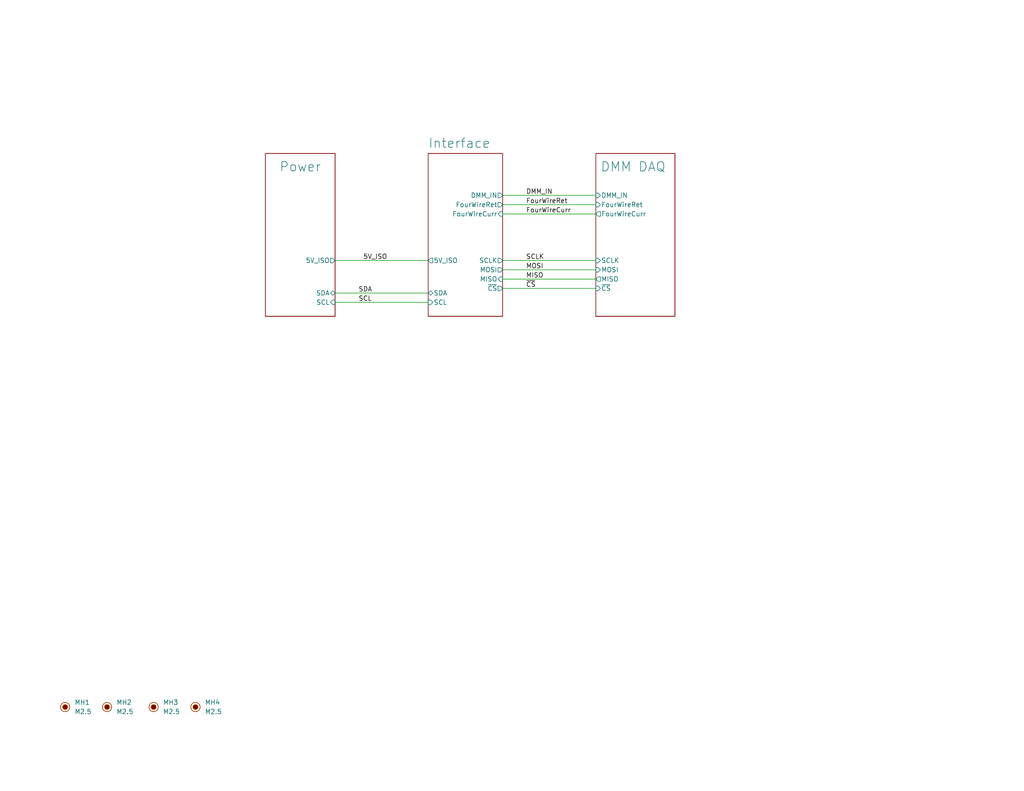
<source format=kicad_sch>
(kicad_sch (version 20231120) (generator "eeschema") (generator_version "8.0")
  (paper "USLetter")
  (title_block (title "${PART_NAME}") (date "2024-01-20") (rev "A") (company "Sesa Design Inc") (comment 1 "${PART_NUMBER}") (comment 2 "01"))
  (lib_symbols
    (symbol "sesa_mech:mh_m2.5np" (pin_numbers hide) (pin_names (offset 0) hide)
      (property "Reference" "MH" (at 0 3.81 0))
      (property "Value" "M2.5NP" (at 0 1.905 0))
      (symbol "mh_m2.5np_0_1"
        (circle (center 0 0) (radius 0.635) (fill (type outline)))
        (circle (center 0 0) (radius 1.27) (fill (type background)))
      )
    )
  )
  (wire (pts (xy 91.44 82.55) (xy 116.84 82.55)))
  (wire (pts (xy 137.16 71.12) (xy 162.56 71.12)))
  (wire (pts (xy 137.16 58.42) (xy 162.56 58.42)))
  (wire (pts (xy 137.16 53.34) (xy 162.56 53.34)))
  (wire (pts (xy 137.16 76.2) (xy 162.56 76.2)))
  (wire (pts (xy 137.16 73.66) (xy 162.56 73.66)))
  (wire (pts (xy 91.44 80.01) (xy 116.84 80.01)))
  (wire (pts (xy 137.16 55.88) (xy 162.56 55.88)))
  (wire (pts (xy 137.16 78.74) (xy 162.56 78.74)))
  (wire (pts (xy 91.44 71.12) (xy 116.84 71.12)))
  (label "5V_ISO" (at 99.06 71.12 0))
  (label "SCL" (at 97.79 82.55 0))
  (label "MOSI" (at 143.51 73.66 0))
  (label "SCLK" (at 143.51 71.12 0))
  (label "DMM_IN" (at 143.51 53.34 0))
  (label "MISO" (at 143.51 76.2 0))
  (label "FourWireCurr" (at 143.51 58.42 0))
  (label "SDA" (at 97.79 80.01 0))
  (label "~{CS}" (at 143.51 78.74 0))
  (label "FourWireRet" (at 143.51 55.88 0))
  (symbol (lib_id "sesa_mech:mh_m2.5np") (at 53.34 193.04 0) (unit 1)
    (property "Reference" "MH4" (at 55.88 191.77 0) (effects (justify left)))
    (property "Value" "M2.5" (at 55.88 194.31 0) (effects (justify left)))
    (property "Footprint" "MountingHole:MountingHole_2.7mm_M2.5" (effects (hide yes)))
    (property "Description" "mounting hole M2.5" (effects (hide yes)))
  )
  (symbol (lib_id "sesa_mech:mh_m2.5np") (at 41.91 193.04 0) (unit 1)
    (property "Reference" "MH3" (at 44.45 191.77 0) (effects (justify left)))
    (property "Value" "M2.5" (at 44.45 194.31 0) (effects (justify left)))
    (property "Footprint" "MountingHole:MountingHole_2.7mm_M2.5" (effects (hide yes)))
    (property "Description" "mounting hole M2.5" (effects (hide yes)))
  )
  (symbol (lib_id "sesa_mech:mh_m2.5np") (at 17.78 193.04 0) (unit 1)
    (property "Reference" "MH1" (at 20.32 191.77 0) (effects (justify left)))
    (property "Value" "M2.5" (at 20.32 194.31 0) (effects (justify left)))
    (property "Footprint" "MountingHole:MountingHole_2.7mm_M2.5" (effects (hide yes)))
    (property "Description" "mounting hole M2.5" (effects (hide yes)))
  )
  (symbol (lib_id "sesa_mech:mh_m2.5np") (at 29.21 193.04 0) (unit 1)
    (property "Reference" "MH2" (at 31.75 191.77 0) (effects (justify left)))
    (property "Value" "M2.5" (at 31.75 194.31 0) (effects (justify left)))
    (property "Footprint" "MountingHole:MountingHole_2.7mm_M2.5" (effects (hide yes)))
    (property "Description" "mounting hole M2.5" (effects (hide yes)))
  )
  (sheet (at 72.39 41.91) (size 19.05 44.45) (stroke (width 0.1524))
    (property "Sheetname" "Power" (at 76.2 46.99 0) (effects (font (size 2.54 2.54)) (justify left bottom)))
    (property "Sheetfile" "power.kicad_sch" (effects (hide yes)))
    (pin "SDA" bidirectional (at 91.44 80.01 0))
    (pin "SCL" input (at 91.44 82.55 0))
    (pin "5V_ISO" output (at 91.44 71.12 0))
  )
  (sheet (at 116.84 41.91) (size 20.32 44.45) (stroke (width 0.1524))
    (property "Sheetname" "Interface" (at 116.84 40.5634 0) (effects (font (size 2.54 2.54)) (justify left bottom)))
    (property "Sheetfile" "interface.kicad_sch" (effects (hide yes)))
    (pin "FourWireRet" output (at 137.16 55.88 0))
    (pin "FourWireCurr" input (at 137.16 58.42 0))
    (pin "DMM_IN" output (at 137.16 53.34 0))
    (pin "SCL" input (at 116.84 82.55 180))
    (pin "SDA" bidirectional (at 116.84 80.01 180))
    (pin "MOSI" output (at 137.16 73.66 0))
    (pin "SCLK" output (at 137.16 71.12 0))
    (pin "~{CS}" output (at 137.16 78.74 0))
    (pin "MISO" input (at 137.16 76.2 0))
    (pin "5V_ISO" output (at 116.84 71.12 180))
  )
  (sheet (at 162.56 41.91) (size 21.59 44.45) (stroke (width 0.1524))
    (property "Sheetname" "DMM DAQ" (at 163.83 46.99 0) (effects (font (size 2.54 2.54)) (justify left bottom)))
    (property "Sheetfile" "dmm_daq.kicad_sch" (effects (hide yes)))
    (pin "~{CS}" input (at 162.56 78.74 180))
    (pin "MISO" output (at 162.56 76.2 180))
    (pin "SCLK" input (at 162.56 71.12 180))
    (pin "MOSI" input (at 162.56 73.66 180))
    (pin "FourWireRet" input (at 162.56 55.88 180))
    (pin "FourWireCurr" output (at 162.56 58.42 180))
    (pin "DMM_IN" input (at 162.56 53.34 180))
  )
)
</source>
